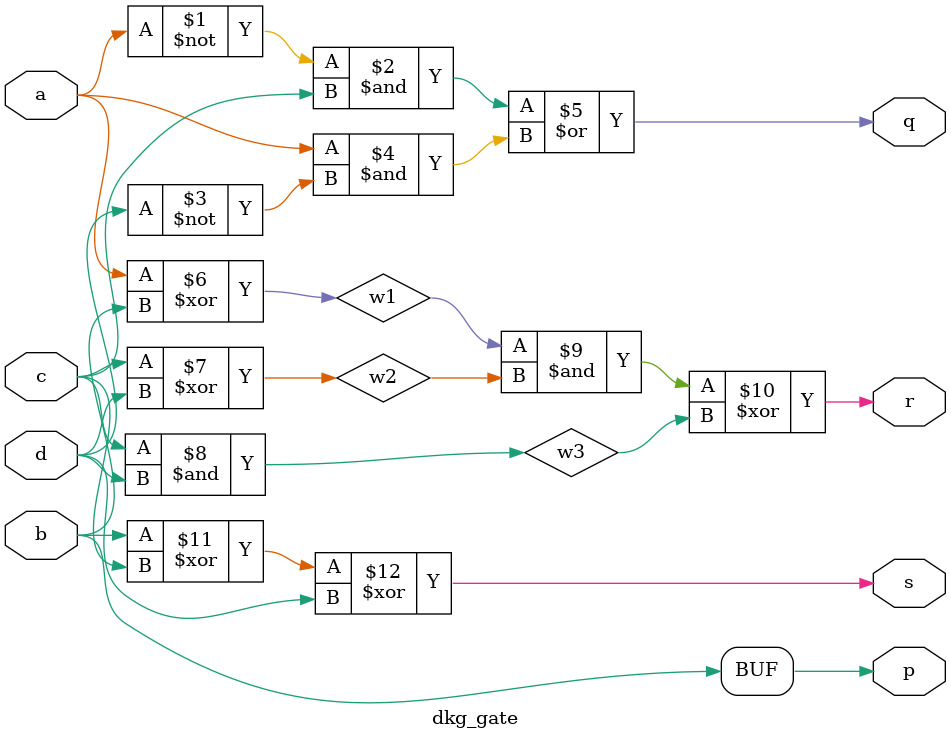
<source format=v>
module dkg_gate(a,b,c,d,p,q,r,s);
input a,b,c,d;
output p,q,r,s;
wire w1,w2,w3;

	assign p = b;
	assign q = (~a & c) | (a & ~d);

	assign w1 = a^b;
	assign w2 = c^d;
	assign w3 = c&d;
	assign r = (w1 & w2) ^ w3;

	assign s = b ^ c ^ d;

endmodule

</source>
